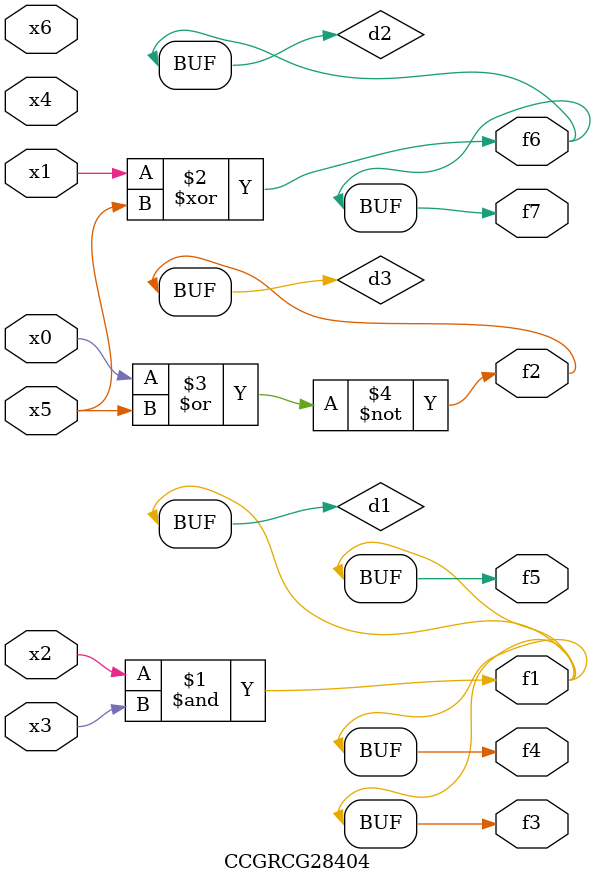
<source format=v>
module CCGRCG28404(
	input x0, x1, x2, x3, x4, x5, x6,
	output f1, f2, f3, f4, f5, f6, f7
);

	wire d1, d2, d3;

	and (d1, x2, x3);
	xor (d2, x1, x5);
	nor (d3, x0, x5);
	assign f1 = d1;
	assign f2 = d3;
	assign f3 = d1;
	assign f4 = d1;
	assign f5 = d1;
	assign f6 = d2;
	assign f7 = d2;
endmodule

</source>
